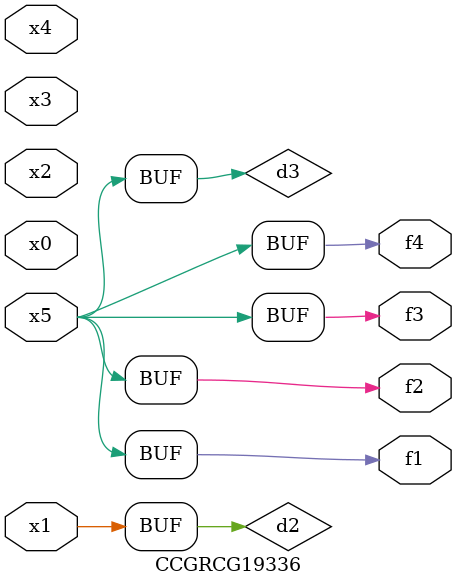
<source format=v>
module CCGRCG19336(
	input x0, x1, x2, x3, x4, x5,
	output f1, f2, f3, f4
);

	wire d1, d2, d3;

	not (d1, x5);
	or (d2, x1);
	xnor (d3, d1);
	assign f1 = d3;
	assign f2 = d3;
	assign f3 = d3;
	assign f4 = d3;
endmodule

</source>
